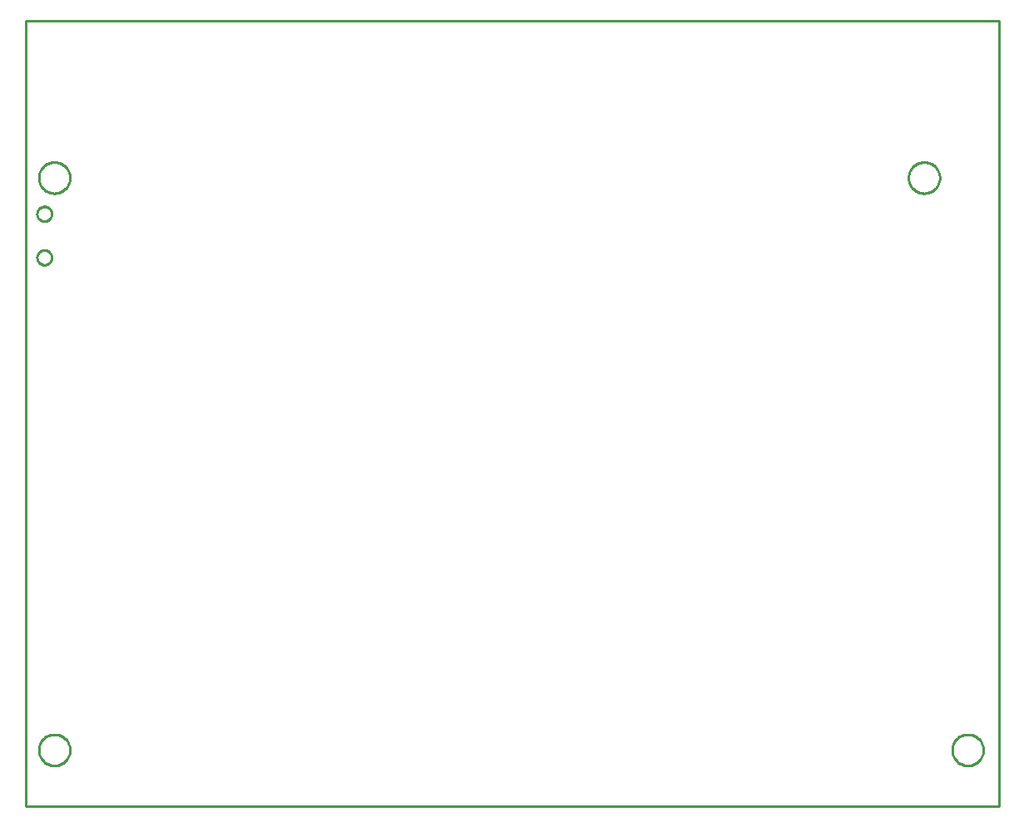
<source format=gbr>
G04 EAGLE Gerber X2 export*
%TF.Part,Single*%
%TF.FileFunction,Profile,NP*%
%TF.FilePolarity,Positive*%
%TF.GenerationSoftware,Autodesk,EAGLE,9.1.0*%
%TF.CreationDate,2018-09-26T17:21:40Z*%
G75*
%MOMM*%
%FSLAX34Y34*%
%LPD*%
%AMOC8*
5,1,8,0,0,1.08239X$1,22.5*%
G01*
%ADD10C,0.254000*%


D10*
X0Y0D02*
X990600Y0D01*
X990600Y800100D01*
X0Y800100D01*
X0Y0D01*
X45085Y56630D02*
X45017Y55593D01*
X44881Y54563D01*
X44679Y53543D01*
X44410Y52539D01*
X44075Y51555D01*
X43678Y50595D01*
X43218Y49663D01*
X42698Y48762D01*
X42121Y47898D01*
X41488Y47074D01*
X40803Y46292D01*
X40068Y45557D01*
X39286Y44872D01*
X38462Y44239D01*
X37598Y43662D01*
X36697Y43142D01*
X35765Y42682D01*
X34805Y42285D01*
X33821Y41950D01*
X32817Y41681D01*
X31797Y41479D01*
X30767Y41343D01*
X29730Y41275D01*
X28690Y41275D01*
X27653Y41343D01*
X26623Y41479D01*
X25603Y41681D01*
X24599Y41950D01*
X23615Y42285D01*
X22655Y42682D01*
X21723Y43142D01*
X20822Y43662D01*
X19958Y44239D01*
X19134Y44872D01*
X18352Y45557D01*
X17617Y46292D01*
X16932Y47074D01*
X16299Y47898D01*
X15722Y48762D01*
X15202Y49663D01*
X14742Y50595D01*
X14345Y51555D01*
X14010Y52539D01*
X13741Y53543D01*
X13539Y54563D01*
X13403Y55593D01*
X13335Y56630D01*
X13335Y57670D01*
X13403Y58707D01*
X13539Y59737D01*
X13741Y60757D01*
X14010Y61761D01*
X14345Y62745D01*
X14742Y63705D01*
X15202Y64637D01*
X15722Y65538D01*
X16299Y66402D01*
X16932Y67226D01*
X17617Y68008D01*
X18352Y68743D01*
X19134Y69428D01*
X19958Y70061D01*
X20822Y70638D01*
X21723Y71158D01*
X22655Y71618D01*
X23615Y72015D01*
X24599Y72350D01*
X25603Y72619D01*
X26623Y72821D01*
X27653Y72957D01*
X28690Y73025D01*
X29730Y73025D01*
X30767Y72957D01*
X31797Y72821D01*
X32817Y72619D01*
X33821Y72350D01*
X34805Y72015D01*
X35765Y71618D01*
X36697Y71158D01*
X37598Y70638D01*
X38462Y70061D01*
X39286Y69428D01*
X40068Y68743D01*
X40803Y68008D01*
X41488Y67226D01*
X42121Y66402D01*
X42698Y65538D01*
X43218Y64637D01*
X43678Y63705D01*
X44075Y62745D01*
X44410Y61761D01*
X44679Y60757D01*
X44881Y59737D01*
X45017Y58707D01*
X45085Y57670D01*
X45085Y56630D01*
X974725Y56630D02*
X974657Y55593D01*
X974521Y54563D01*
X974319Y53543D01*
X974050Y52539D01*
X973715Y51555D01*
X973318Y50595D01*
X972858Y49663D01*
X972338Y48762D01*
X971761Y47898D01*
X971128Y47074D01*
X970443Y46292D01*
X969708Y45557D01*
X968926Y44872D01*
X968102Y44239D01*
X967238Y43662D01*
X966337Y43142D01*
X965405Y42682D01*
X964445Y42285D01*
X963461Y41950D01*
X962457Y41681D01*
X961437Y41479D01*
X960407Y41343D01*
X959370Y41275D01*
X958330Y41275D01*
X957293Y41343D01*
X956263Y41479D01*
X955243Y41681D01*
X954239Y41950D01*
X953255Y42285D01*
X952295Y42682D01*
X951363Y43142D01*
X950462Y43662D01*
X949598Y44239D01*
X948774Y44872D01*
X947992Y45557D01*
X947257Y46292D01*
X946572Y47074D01*
X945939Y47898D01*
X945362Y48762D01*
X944842Y49663D01*
X944382Y50595D01*
X943985Y51555D01*
X943650Y52539D01*
X943381Y53543D01*
X943179Y54563D01*
X943043Y55593D01*
X942975Y56630D01*
X942975Y57670D01*
X943043Y58707D01*
X943179Y59737D01*
X943381Y60757D01*
X943650Y61761D01*
X943985Y62745D01*
X944382Y63705D01*
X944842Y64637D01*
X945362Y65538D01*
X945939Y66402D01*
X946572Y67226D01*
X947257Y68008D01*
X947992Y68743D01*
X948774Y69428D01*
X949598Y70061D01*
X950462Y70638D01*
X951363Y71158D01*
X952295Y71618D01*
X953255Y72015D01*
X954239Y72350D01*
X955243Y72619D01*
X956263Y72821D01*
X957293Y72957D01*
X958330Y73025D01*
X959370Y73025D01*
X960407Y72957D01*
X961437Y72821D01*
X962457Y72619D01*
X963461Y72350D01*
X964445Y72015D01*
X965405Y71618D01*
X966337Y71158D01*
X967238Y70638D01*
X968102Y70061D01*
X968926Y69428D01*
X969708Y68743D01*
X970443Y68008D01*
X971128Y67226D01*
X971761Y66402D01*
X972338Y65538D01*
X972858Y64637D01*
X973318Y63705D01*
X973715Y62745D01*
X974050Y61761D01*
X974319Y60757D01*
X974521Y59737D01*
X974657Y58707D01*
X974725Y57670D01*
X974725Y56630D01*
X930275Y639560D02*
X930207Y638523D01*
X930071Y637493D01*
X929869Y636473D01*
X929600Y635469D01*
X929265Y634485D01*
X928868Y633525D01*
X928408Y632593D01*
X927888Y631692D01*
X927311Y630828D01*
X926678Y630004D01*
X925993Y629222D01*
X925258Y628487D01*
X924476Y627802D01*
X923652Y627169D01*
X922788Y626592D01*
X921887Y626072D01*
X920955Y625612D01*
X919995Y625215D01*
X919011Y624880D01*
X918007Y624611D01*
X916987Y624409D01*
X915957Y624273D01*
X914920Y624205D01*
X913880Y624205D01*
X912843Y624273D01*
X911813Y624409D01*
X910793Y624611D01*
X909789Y624880D01*
X908805Y625215D01*
X907845Y625612D01*
X906913Y626072D01*
X906012Y626592D01*
X905148Y627169D01*
X904324Y627802D01*
X903542Y628487D01*
X902807Y629222D01*
X902122Y630004D01*
X901489Y630828D01*
X900912Y631692D01*
X900392Y632593D01*
X899932Y633525D01*
X899535Y634485D01*
X899200Y635469D01*
X898931Y636473D01*
X898729Y637493D01*
X898593Y638523D01*
X898525Y639560D01*
X898525Y640600D01*
X898593Y641637D01*
X898729Y642667D01*
X898931Y643687D01*
X899200Y644691D01*
X899535Y645675D01*
X899932Y646635D01*
X900392Y647567D01*
X900912Y648468D01*
X901489Y649332D01*
X902122Y650156D01*
X902807Y650938D01*
X903542Y651673D01*
X904324Y652358D01*
X905148Y652991D01*
X906012Y653568D01*
X906913Y654088D01*
X907845Y654548D01*
X908805Y654945D01*
X909789Y655280D01*
X910793Y655549D01*
X911813Y655751D01*
X912843Y655887D01*
X913880Y655955D01*
X914920Y655955D01*
X915957Y655887D01*
X916987Y655751D01*
X918007Y655549D01*
X919011Y655280D01*
X919995Y654945D01*
X920955Y654548D01*
X921887Y654088D01*
X922788Y653568D01*
X923652Y652991D01*
X924476Y652358D01*
X925258Y651673D01*
X925993Y650938D01*
X926678Y650156D01*
X927311Y649332D01*
X927888Y648468D01*
X928408Y647567D01*
X928868Y646635D01*
X929265Y645675D01*
X929600Y644691D01*
X929869Y643687D01*
X930071Y642667D01*
X930207Y641637D01*
X930275Y640600D01*
X930275Y639560D01*
X45085Y639560D02*
X45017Y638523D01*
X44881Y637493D01*
X44679Y636473D01*
X44410Y635469D01*
X44075Y634485D01*
X43678Y633525D01*
X43218Y632593D01*
X42698Y631692D01*
X42121Y630828D01*
X41488Y630004D01*
X40803Y629222D01*
X40068Y628487D01*
X39286Y627802D01*
X38462Y627169D01*
X37598Y626592D01*
X36697Y626072D01*
X35765Y625612D01*
X34805Y625215D01*
X33821Y624880D01*
X32817Y624611D01*
X31797Y624409D01*
X30767Y624273D01*
X29730Y624205D01*
X28690Y624205D01*
X27653Y624273D01*
X26623Y624409D01*
X25603Y624611D01*
X24599Y624880D01*
X23615Y625215D01*
X22655Y625612D01*
X21723Y626072D01*
X20822Y626592D01*
X19958Y627169D01*
X19134Y627802D01*
X18352Y628487D01*
X17617Y629222D01*
X16932Y630004D01*
X16299Y630828D01*
X15722Y631692D01*
X15202Y632593D01*
X14742Y633525D01*
X14345Y634485D01*
X14010Y635469D01*
X13741Y636473D01*
X13539Y637493D01*
X13403Y638523D01*
X13335Y639560D01*
X13335Y640600D01*
X13403Y641637D01*
X13539Y642667D01*
X13741Y643687D01*
X14010Y644691D01*
X14345Y645675D01*
X14742Y646635D01*
X15202Y647567D01*
X15722Y648468D01*
X16299Y649332D01*
X16932Y650156D01*
X17617Y650938D01*
X18352Y651673D01*
X19134Y652358D01*
X19958Y652991D01*
X20822Y653568D01*
X21723Y654088D01*
X22655Y654548D01*
X23615Y654945D01*
X24599Y655280D01*
X25603Y655549D01*
X26623Y655751D01*
X27653Y655887D01*
X28690Y655955D01*
X29730Y655955D01*
X30767Y655887D01*
X31797Y655751D01*
X32817Y655549D01*
X33821Y655280D01*
X34805Y654945D01*
X35765Y654548D01*
X36697Y654088D01*
X37598Y653568D01*
X38462Y652991D01*
X39286Y652358D01*
X40068Y651673D01*
X40803Y650938D01*
X41488Y650156D01*
X42121Y649332D01*
X42698Y648468D01*
X43218Y647567D01*
X43678Y646635D01*
X44075Y645675D01*
X44410Y644691D01*
X44679Y643687D01*
X44881Y642667D01*
X45017Y641637D01*
X45085Y640600D01*
X45085Y639560D01*
X26550Y558432D02*
X26478Y557698D01*
X26334Y556975D01*
X26120Y556270D01*
X25838Y555589D01*
X25491Y554940D01*
X25081Y554327D01*
X24614Y553757D01*
X24093Y553236D01*
X23523Y552769D01*
X22910Y552359D01*
X22261Y552012D01*
X21580Y551730D01*
X20875Y551516D01*
X20152Y551372D01*
X19418Y551300D01*
X18682Y551300D01*
X17948Y551372D01*
X17225Y551516D01*
X16520Y551730D01*
X15839Y552012D01*
X15190Y552359D01*
X14577Y552769D01*
X14007Y553236D01*
X13486Y553757D01*
X13019Y554327D01*
X12609Y554940D01*
X12262Y555589D01*
X11980Y556270D01*
X11766Y556975D01*
X11622Y557698D01*
X11550Y558432D01*
X11550Y559168D01*
X11622Y559902D01*
X11766Y560625D01*
X11980Y561330D01*
X12262Y562011D01*
X12609Y562660D01*
X13019Y563273D01*
X13486Y563843D01*
X14007Y564364D01*
X14577Y564831D01*
X15190Y565241D01*
X15839Y565588D01*
X16520Y565870D01*
X17225Y566084D01*
X17948Y566228D01*
X18682Y566300D01*
X19418Y566300D01*
X20152Y566228D01*
X20875Y566084D01*
X21580Y565870D01*
X22261Y565588D01*
X22910Y565241D01*
X23523Y564831D01*
X24093Y564364D01*
X24614Y563843D01*
X25081Y563273D01*
X25491Y562660D01*
X25838Y562011D01*
X26120Y561330D01*
X26334Y560625D01*
X26478Y559902D01*
X26550Y559168D01*
X26550Y558432D01*
X26550Y602882D02*
X26478Y602148D01*
X26334Y601425D01*
X26120Y600720D01*
X25838Y600039D01*
X25491Y599390D01*
X25081Y598777D01*
X24614Y598207D01*
X24093Y597686D01*
X23523Y597219D01*
X22910Y596809D01*
X22261Y596462D01*
X21580Y596180D01*
X20875Y595966D01*
X20152Y595822D01*
X19418Y595750D01*
X18682Y595750D01*
X17948Y595822D01*
X17225Y595966D01*
X16520Y596180D01*
X15839Y596462D01*
X15190Y596809D01*
X14577Y597219D01*
X14007Y597686D01*
X13486Y598207D01*
X13019Y598777D01*
X12609Y599390D01*
X12262Y600039D01*
X11980Y600720D01*
X11766Y601425D01*
X11622Y602148D01*
X11550Y602882D01*
X11550Y603618D01*
X11622Y604352D01*
X11766Y605075D01*
X11980Y605780D01*
X12262Y606461D01*
X12609Y607110D01*
X13019Y607723D01*
X13486Y608293D01*
X14007Y608814D01*
X14577Y609281D01*
X15190Y609691D01*
X15839Y610038D01*
X16520Y610320D01*
X17225Y610534D01*
X17948Y610678D01*
X18682Y610750D01*
X19418Y610750D01*
X20152Y610678D01*
X20875Y610534D01*
X21580Y610320D01*
X22261Y610038D01*
X22910Y609691D01*
X23523Y609281D01*
X24093Y608814D01*
X24614Y608293D01*
X25081Y607723D01*
X25491Y607110D01*
X25838Y606461D01*
X26120Y605780D01*
X26334Y605075D01*
X26478Y604352D01*
X26550Y603618D01*
X26550Y602882D01*
M02*

</source>
